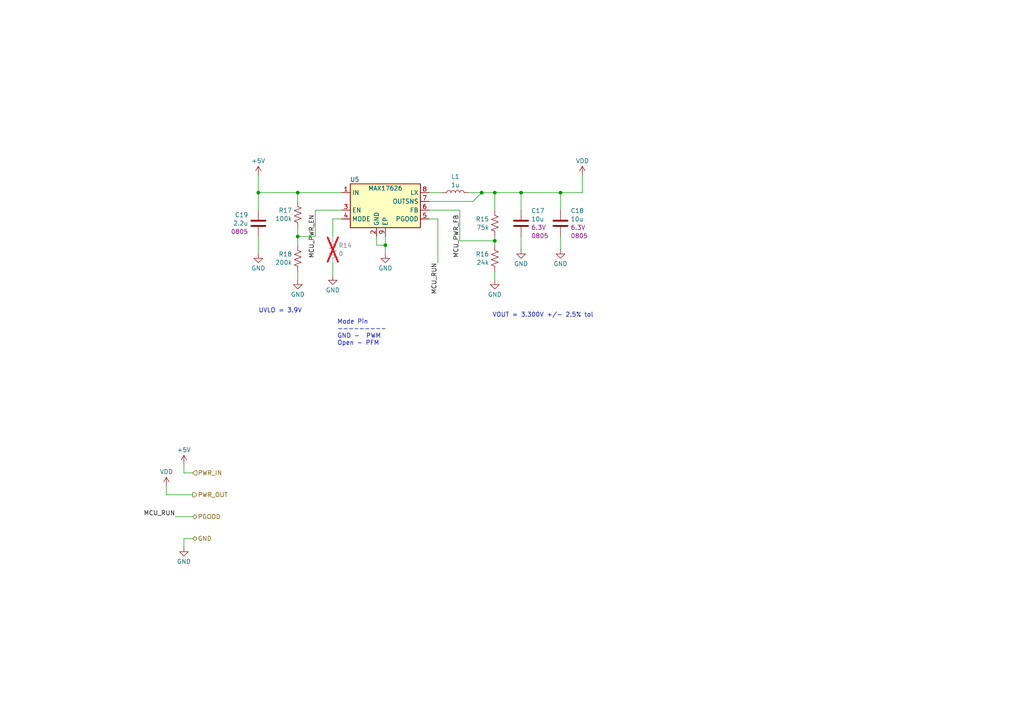
<source format=kicad_sch>
(kicad_sch (version 20250114) (generator "eeschema") (generator_version "9.0")
  (paper "A4")
  (lib_symbols
    (symbol "Device:C" (pin_numbers (hide yes)) (pin_names (offset 0.254))
      (property "Reference" "C" (at 0.635 2.54 0))
      (property "Value" "C" (at 0.635 -2.54 0))
      (symbol "C_0_1"
        (polyline (pts (xy -2.032 0.762) (xy 2.032 0.762)) (stroke (width 0.508)))
        (polyline (pts (xy -2.032 -0.762) (xy 2.032 -0.762)) (stroke (width 0.508)))
      )
      (symbol "C_1_1"
        (pin passive line (at 0 3.81 270) (length 2.794) (name "~") (number "1"))
        (pin passive line (at 0 -3.81 90) (length 2.794) (name "~") (number "2"))
      )
    )
    (symbol "Device:L" (pin_numbers (hide yes)) (pin_names (offset 1.016) (hide yes))
      (property "Reference" "L" (at -1.27 0 90))
      (property "Value" "L" (at 1.905 0 90))
      (symbol "L_0_1"
        (arc (start 0 2.54) (mid 0.6323 1.905) (end 0 1.27))
        (arc (start 0 1.27) (mid 0.6323 0.635) (end 0 0))
        (arc (start 0 0) (mid 0.6323 -0.635) (end 0 -1.27))
        (arc (start 0 -1.27) (mid 0.6323 -1.905) (end 0 -2.54))
      )
      (symbol "L_1_1"
        (pin passive line (at 0 3.81 270) (length 1.27) (name "1") (number "1"))
        (pin passive line (at 0 -3.81 90) (length 1.27) (name "2") (number "2"))
      )
    )
    (symbol "Device:R_US" (pin_numbers (hide yes)) (pin_names (offset 0))
      (property "Reference" "R" (at 2.54 0 90))
      (property "Value" "R_US" (at -2.54 0 90))
      (symbol "R_US_0_1"
        (polyline (pts (xy 0 2.286) (xy 0 2.54)))
        (polyline (pts (xy 0 2.286) (xy 1.016 1.905) (xy 0 1.524) (xy -1.016 1.143) (xy 0 0.762)))
        (polyline (pts (xy 0 0.762) (xy 1.016 0.381) (xy 0 0) (xy -1.016 -0.381) (xy 0 -0.762)))
        (polyline (pts (xy 0 -0.762) (xy 1.016 -1.143) (xy 0 -1.524) (xy -1.016 -1.905) (xy 0 -2.286)))
        (polyline (pts (xy 0 -2.286) (xy 0 -2.54)))
      )
      (symbol "R_US_1_1"
        (pin passive line (at 0 3.81 270) (length 1.27) (name "~") (number "1"))
        (pin passive line (at 0 -3.81 90) (length 1.27) (name "~") (number "2"))
      )
    )
    (symbol "HPB_symbols:MAX17625"
      (property "Reference" "U" (at -8.89 6.35 0))
      (property "Value" "MAX17625" (at 3.81 6.35 0))
      (symbol "MAX17625_0_1"
        (rectangle (start -10.16 5.08) (end 10.16 -7.62) (stroke (width 0.254)) (fill (type background)))
      )
      (symbol "MAX17625_1_1"
        (pin power_in line (at -12.7 2.54 0) (length 2.54) (name "IN") (number "1"))
        (pin input line (at -12.7 -2.54 0) (length 2.54) (name "EN") (number "3"))
        (pin input line (at -12.7 -5.08 0) (length 2.54) (name "MODE") (number "4"))
        (pin power_in line (at -2.54 -10.16 90) (length 2.54) (name "GND") (number "2"))
        (pin passive line (at 0 -10.16 90) (length 2.54) (name "EP") (number "9"))
        (pin power_out line (at 12.7 2.54 180) (length 2.54) (name "LX") (number "8"))
        (pin input line (at 12.7 0 180) (length 2.54) (name "OUTSNS") (number "7"))
        (pin input line (at 12.7 -2.54 180) (length 2.54) (name "FB") (number "6"))
        (pin open_collector line (at 12.7 -5.08 180) (length 2.54) (name "PGOOD") (number "5"))
      )
    )
    (symbol "power:+5V" (power) (pin_numbers (hide yes)) (pin_names (offset 0) (hide yes))
      (property "Value" "+5V" (at 0 3.556 0))
      (symbol "+5V_0_1"
        (polyline (pts (xy -0.762 1.27) (xy 0 2.54)))
        (polyline (pts (xy 0 2.54) (xy 0.762 1.27)))
        (polyline (pts (xy 0 0) (xy 0 2.54)))
      )
      (symbol "+5V_1_1"
        (pin power_in line (at 0 0 90) (length 0) (name "~") (number "1"))
      )
    )
    (symbol "power:GND" (power) (pin_numbers (hide yes)) (pin_names (offset 0) (hide yes))
      (property "Value" "GND" (at 0 -3.81 0))
      (symbol "GND_0_1"
        (polyline (pts (xy 0 0) (xy 0 -1.27) (xy 1.27 -1.27) (xy 0 -2.54) (xy -1.27 -1.27) (xy 0 -1.27)))
      )
      (symbol "GND_1_1"
        (pin power_in line (at 0 0 270) (length 0) (name "~") (number "1"))
      )
    )
    (symbol "power:VDD" (power) (pin_numbers (hide yes)) (pin_names (offset 0) (hide yes))
      (property "Value" "VDD" (at 0 3.556 0))
      (symbol "VDD_0_1"
        (polyline (pts (xy -0.762 1.27) (xy 0 2.54)))
        (polyline (pts (xy 0 2.54) (xy 0.762 1.27)))
        (polyline (pts (xy 0 0) (xy 0 2.54)))
      )
      (symbol "VDD_1_1"
        (pin power_in line (at 0 0 90) (length 0) (name "~") (number "1"))
      )
    )
  )
  (text "Mode Pin\n---------\nGND -  PWM\nOpen - PFM" (at 97.79 96.52 0) (effects (font (size 1.27 1.27)) (justify left)))
  (text "VOUT = 3.300V +/- 2.5% tol" (at 157.48 91.44 0) (effects (font (size 1.27 1.27))))
  (text "UVLO = 3.9V" (at 81.28 90.17 0) (effects (font (size 1.27 1.27))))
  (junction (at 162.56 55.88))
  (junction (at 86.36 68.58))
  (junction (at 143.51 55.88))
  (junction (at 151.13 55.88))
  (junction (at 86.36 55.88))
  (junction (at 74.93 55.88))
  (junction (at 143.51 69.85))
  (junction (at 111.76 71.12))
  (junction (at 139.7 55.88))
  (wire (pts (xy 127 63.5) (xy 127 76.2)))
  (wire (pts (xy 48.26 143.51) (xy 55.88 143.51)))
  (wire (pts (xy 48.26 140.97) (xy 48.26 143.51)))
  (wire (pts (xy 74.93 55.88) (xy 74.93 60.96)))
  (wire (pts (xy 111.76 71.12) (xy 111.76 73.66)))
  (wire (pts (xy 50.8 149.86) (xy 55.88 149.86)))
  (wire (pts (xy 143.51 55.88) (xy 151.13 55.88)))
  (wire (pts (xy 124.46 63.5) (xy 127 63.5)))
  (wire (pts (xy 86.36 55.88) (xy 99.06 55.88)))
  (wire (pts (xy 133.35 60.96) (xy 133.35 69.85)))
  (wire (pts (xy 86.36 68.58) (xy 91.44 68.58)))
  (wire (pts (xy 124.46 58.42) (xy 137.16 58.42)))
  (wire (pts (xy 53.34 156.21) (xy 55.88 156.21)))
  (wire (pts (xy 124.46 60.96) (xy 133.35 60.96)))
  (wire (pts (xy 74.93 55.88) (xy 86.36 55.88)))
  (wire (pts (xy 53.34 137.16) (xy 55.88 137.16)))
  (wire (pts (xy 53.34 134.62) (xy 53.34 137.16)))
  (wire (pts (xy 135.89 55.88) (xy 139.7 55.88)))
  (wire (pts (xy 53.34 156.21) (xy 53.34 158.75)))
  (wire (pts (xy 162.56 55.88) (xy 168.91 55.88)))
  (wire (pts (xy 96.52 63.5) (xy 96.52 68.58)))
  (wire (pts (xy 143.51 69.85) (xy 143.51 71.12)))
  (wire (pts (xy 162.56 55.88) (xy 162.56 60.96)))
  (wire (pts (xy 109.22 68.58) (xy 109.22 71.12)))
  (wire (pts (xy 133.35 69.85) (xy 143.51 69.85)))
  (wire (pts (xy 74.93 50.8) (xy 74.93 55.88)))
  (wire (pts (xy 111.76 68.58) (xy 111.76 71.12)))
  (wire (pts (xy 91.44 60.96) (xy 91.44 68.58)))
  (wire (pts (xy 137.16 58.42) (xy 139.7 55.88)))
  (wire (pts (xy 168.91 50.8) (xy 168.91 55.88)))
  (wire (pts (xy 96.52 76.2) (xy 96.52 80.01)))
  (wire (pts (xy 151.13 55.88) (xy 151.13 60.96)))
  (wire (pts (xy 139.7 55.88) (xy 143.51 55.88)))
  (wire (pts (xy 74.93 68.58) (xy 74.93 73.66)))
  (wire (pts (xy 151.13 55.88) (xy 162.56 55.88)))
  (wire (pts (xy 109.22 71.12) (xy 111.76 71.12)))
  (wire (pts (xy 86.36 78.74) (xy 86.36 81.28)))
  (wire (pts (xy 143.51 55.88) (xy 143.51 60.96)))
  (wire (pts (xy 124.46 55.88) (xy 128.27 55.88)))
  (wire (pts (xy 151.13 68.58) (xy 151.13 72.39)))
  (wire (pts (xy 86.36 66.04) (xy 86.36 68.58)))
  (wire (pts (xy 86.36 68.58) (xy 86.36 71.12)))
  (wire (pts (xy 96.52 63.5) (xy 99.06 63.5)))
  (wire (pts (xy 143.51 68.58) (xy 143.51 69.85)))
  (wire (pts (xy 86.36 55.88) (xy 86.36 58.42)))
  (wire (pts (xy 162.56 68.58) (xy 162.56 72.39)))
  (wire (pts (xy 91.44 60.96) (xy 99.06 60.96)))
  (wire (pts (xy 143.51 78.74) (xy 143.51 81.28)))
  (label "MCU_PWR_FB" (at 133.35 62.23 270))
  (label "MCU_PWR_EN" (at 91.44 62.23 270))
  (label "MCU_RUN" (at 127 76.2 270))
  (label "MCU_RUN" (at 50.8 149.86 180))
  (hierarchical_label "GND" (shape bidirectional) (at 55.88 156.21 0))
  (hierarchical_label "PWR_IN" (shape input) (at 55.88 137.16 0))
  (hierarchical_label "PWR_OUT" (shape output) (at 55.88 143.51 0))
  (hierarchical_label "PGOOD" (shape bidirectional) (at 55.88 149.86 0))
  (symbol (lib_id "Device:C") (at 151.13 64.77 0) (unit 1)
    (property "Reference" "C17" (at 154.051 61.1335 0) (effects (justify left)))
    (property "Value" "10u" (at 154.051 63.5578 0) (effects (justify left)))
    (property "Footprint" "Capacitor_SMD:C_0805_2012Metric_Pad1.18x1.45mm_HandSolder" (effects (hide yes)))
    (property "Description" "Unpolarized capacitor" (effects (hide yes)))
    (property "MfrNum" "generic" (effects (hide yes)))
    (property "VRating" "6.3V" (at 154.051 65.9821 0) (effects (justify left)))
    (property "Size" "0805" (at 154.051 68.4064 0) (effects (justify left)))
  )
  (symbol (lib_id "Device:L") (at 132.08 55.88 90) (unit 1)
    (property "Reference" "L1" (at 132.08 51.2302 90))
    (property "Value" "1u" (at 132.08 53.6545 90))
    (property "Footprint" "HPB_footprints:Coilcraft_XxL30xx" (effects (hide yes)))
    (property "Description" "Inductor" (effects (hide yes)))
    (property "MfrNum" "Coilcraft_XFL3010-102ME" (effects (hide yes)))
  )
  (symbol (lib_id "power:GND") (at 151.13 72.39 0) (unit 1)
    (property "Reference" "#PWR045" (effects (hide yes)))
    (property "Value" "GND" (at 151.13 76.5231 0))
    (property "Description" "Power symbol creates a global label with name \"GND\" , ground" (effects (hide yes)))
  )
  (symbol (lib_id "power:GND") (at 162.56 72.39 0) (unit 1)
    (property "Reference" "#PWR046" (effects (hide yes)))
    (property "Value" "GND" (at 162.56 76.5231 0))
    (property "Description" "Power symbol creates a global label with name \"GND\" , ground" (effects (hide yes)))
  )
  (symbol (lib_id "power:GND") (at 74.93 73.66 0) (unit 1)
    (property "Reference" "#PWR048" (effects (hide yes)))
    (property "Value" "GND" (at 74.93 77.7931 0))
    (property "Description" "Power symbol creates a global label with name \"GND\" , ground" (effects (hide yes)))
  )
  (symbol (lib_id "Device:R_US") (at 143.51 74.93 0) (unit 1)
    (property "Reference" "R16" (at 141.859 73.7178 0) (effects (justify right)))
    (property "Value" "24k" (at 141.859 76.1421 0) (effects (justify right)))
    (property "Footprint" "Resistor_SMD:R_0402_1005Metric_Pad0.72x0.64mm_HandSolder" (effects (hide yes)))
    (property "Description" "Resistor, US symbol" (effects (hide yes)))
  )
  (symbol (lib_id "power:+5V") (at 74.93 50.8 0) (unit 1)
    (property "Reference" "#PWR040" (effects (hide yes)))
    (property "Value" "+5V" (at 74.93 46.6669 0))
    (property "Description" "Power symbol creates a global label with name \"+5V\"" (effects (hide yes)))
  )
  (symbol (lib_id "Device:C") (at 74.93 64.77 0) (unit 1)
    (property "Reference" "C19" (at 72.009 62.3457 0) (effects (justify right)))
    (property "Value" "2.2u" (at 72.009 64.77 0) (effects (justify right)))
    (property "Footprint" "Capacitor_SMD:C_0805_2012Metric_Pad1.18x1.45mm_HandSolder" (effects (hide yes)))
    (property "Description" "Unpolarized capacitor" (effects (hide yes)))
    (property "MfrNum" "generic" (effects (hide yes)))
    (property "VRating" "16V" (effects (hide yes)))
    (property "Size" "0805" (at 72.009 67.1943 0) (effects (justify right)))
  )
  (symbol (lib_id "Device:R_US") (at 143.51 64.77 0) (unit 1)
    (property "Reference" "R15" (at 141.859 63.5578 0) (effects (justify right)))
    (property "Value" "75k" (at 141.859 65.9821 0) (effects (justify right)))
    (property "Footprint" "Resistor_SMD:R_0402_1005Metric_Pad0.72x0.64mm_HandSolder" (effects (hide yes)))
    (property "Description" "Resistor, US symbol" (effects (hide yes)))
  )
  (symbol (lib_id "power:GND") (at 111.76 73.66 0) (unit 1)
    (property "Reference" "#PWR044" (effects (hide yes)))
    (property "Value" "GND" (at 111.76 77.7931 0))
    (property "Description" "Power symbol creates a global label with name \"GND\" , ground" (effects (hide yes)))
  )
  (symbol (lib_id "power:VDD") (at 48.26 140.97 0) (unit 1)
    (property "Reference" "#PWR042" (effects (hide yes)))
    (property "Value" "VDD" (at 48.26 136.8369 0))
    (property "Description" "Power symbol creates a global label with name \"VDD\"" (effects (hide yes)))
  )
  (symbol (lib_id "Device:R_US") (at 96.52 72.39 0) (mirror y) (unit 1) (dnp yes)
    (property "Reference" "R14" (at 98.171 71.1778 0) (effects (justify right)))
    (property "Value" "0" (at 98.171 73.6021 0) (effects (justify right)))
    (property "Footprint" "Resistor_SMD:R_0402_1005Metric_Pad0.72x0.64mm_HandSolder" (effects (hide yes)))
    (property "Description" "Resistor, US symbol" (effects (hide yes)))
  )
  (symbol (lib_id "power:GND") (at 143.51 81.28 0) (unit 1)
    (property "Reference" "#PWR047" (effects (hide yes)))
    (property "Value" "GND" (at 143.51 85.4131 0))
    (property "Description" "Power symbol creates a global label with name \"GND\" , ground" (effects (hide yes)))
  )
  (symbol (lib_id "Device:R_US") (at 86.36 62.23 0) (unit 1)
    (property "Reference" "R17" (at 84.709 61.0178 0) (effects (justify right)))
    (property "Value" "100k" (at 84.709 63.4421 0) (effects (justify right)))
    (property "Footprint" "Resistor_SMD:R_0402_1005Metric_Pad0.72x0.64mm_HandSolder" (effects (hide yes)))
    (property "Description" "Resistor, US symbol" (effects (hide yes)))
  )
  (symbol (lib_id "HPB_symbols:MAX17625") (at 111.76 58.42 0) (unit 1)
    (property "Reference" "U5" (at 102.87 52.07 0))
    (property "Value" "MAX17626" (at 111.76 54.61 0))
    (property "Footprint" "Package_DFN_QFN:TDFN-8-1EP_2x2mm_P0.5mm_EP0.8x1.2mm" (effects (hide yes)))
    (property "Datasheet" "https://www.analog.com/en/products/max17626.html" (effects (hide yes)))
    (property "Description" "2.7-5.5V, 700mA, Synchronous Step-Down DC-DC Converter with Integrated MOSFETs, DFN-8" (effects (hide yes)))
  )
  (symbol (lib_id "power:GND") (at 86.36 81.28 0) (unit 1)
    (property "Reference" "#PWR050" (effects (hide yes)))
    (property "Value" "GND" (at 86.36 85.4131 0))
    (property "Description" "Power symbol creates a global label with name \"GND\" , ground" (effects (hide yes)))
  )
  (symbol (lib_id "power:+5V") (at 53.34 134.62 0) (unit 1)
    (property "Reference" "#PWR041" (effects (hide yes)))
    (property "Value" "+5V" (at 53.34 130.4869 0))
    (property "Description" "Power symbol creates a global label with name \"+5V\"" (effects (hide yes)))
  )
  (symbol (lib_id "power:GND") (at 96.52 80.01 0) (unit 1)
    (property "Reference" "#PWR049" (effects (hide yes)))
    (property "Value" "GND" (at 96.52 84.1431 0))
    (property "Description" "Power symbol creates a global label with name \"GND\" , ground" (effects (hide yes)))
  )
  (symbol (lib_id "Device:R_US") (at 86.36 74.93 0) (unit 1)
    (property "Reference" "R18" (at 84.709 73.7178 0) (effects (justify right)))
    (property "Value" "200k" (at 84.709 76.1421 0) (effects (justify right)))
    (property "Footprint" "Resistor_SMD:R_0402_1005Metric_Pad0.72x0.64mm_HandSolder" (effects (hide yes)))
    (property "Description" "Resistor, US symbol" (effects (hide yes)))
  )
  (symbol (lib_id "power:GND") (at 53.34 158.75 0) (unit 1)
    (property "Reference" "#PWR043" (effects (hide yes)))
    (property "Value" "GND" (at 53.34 162.8831 0))
    (property "Description" "Power symbol creates a global label with name \"GND\" , ground" (effects (hide yes)))
  )
  (symbol (lib_id "power:VDD") (at 168.91 50.8 0) (unit 1)
    (property "Reference" "#PWR039" (effects (hide yes)))
    (property "Value" "VDD" (at 168.91 46.6669 0))
    (property "Description" "Power symbol creates a global label with name \"VDD\"" (effects (hide yes)))
  )
  (symbol (lib_id "Device:C") (at 162.56 64.77 0) (unit 1)
    (property "Reference" "C18" (at 165.481 61.1335 0) (effects (justify left)))
    (property "Value" "10u" (at 165.481 63.5578 0) (effects (justify left)))
    (property "Footprint" "Capacitor_SMD:C_0805_2012Metric_Pad1.18x1.45mm_HandSolder" (effects (hide yes)))
    (property "Description" "Unpolarized capacitor" (effects (hide yes)))
    (property "MfrNum" "generic" (effects (hide yes)))
    (property "VRating" "6.3V" (at 165.481 65.9821 0) (effects (justify left)))
    (property "Size" "0805" (at 165.481 68.4064 0) (effects (justify left)))
  )
)
</source>
